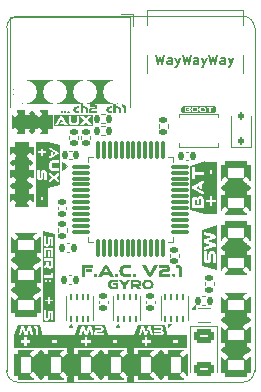
<source format=gbr>
%TF.GenerationSoftware,KiCad,Pcbnew,9.0.3-9.0.3-0~ubuntu24.04.1*%
%TF.CreationDate,2025-12-07T16:55:59+01:00*%
%TF.ProjectId,ant control board v2,616e7420-636f-46e7-9472-6f6c20626f61,2.1*%
%TF.SameCoordinates,Original*%
%TF.FileFunction,Legend,Top*%
%TF.FilePolarity,Positive*%
%FSLAX46Y46*%
G04 Gerber Fmt 4.6, Leading zero omitted, Abs format (unit mm)*
G04 Created by KiCad (PCBNEW 9.0.3-9.0.3-0~ubuntu24.04.1) date 2025-12-07 16:55:59*
%MOMM*%
%LPD*%
G01*
G04 APERTURE LIST*
G04 Aperture macros list*
%AMRoundRect*
0 Rectangle with rounded corners*
0 $1 Rounding radius*
0 $2 $3 $4 $5 $6 $7 $8 $9 X,Y pos of 4 corners*
0 Add a 4 corners polygon primitive as box body*
4,1,4,$2,$3,$4,$5,$6,$7,$8,$9,$2,$3,0*
0 Add four circle primitives for the rounded corners*
1,1,$1+$1,$2,$3*
1,1,$1+$1,$4,$5*
1,1,$1+$1,$6,$7*
1,1,$1+$1,$8,$9*
0 Add four rect primitives between the rounded corners*
20,1,$1+$1,$2,$3,$4,$5,0*
20,1,$1+$1,$4,$5,$6,$7,0*
20,1,$1+$1,$6,$7,$8,$9,0*
20,1,$1+$1,$8,$9,$2,$3,0*%
G04 Aperture macros list end*
%ADD10C,2.000000*%
%ADD11C,0.150000*%
%ADD12C,0.000000*%
%ADD13C,0.120000*%
%ADD14C,0.500000*%
%ADD15C,0.510000*%
%ADD16RoundRect,0.140000X0.170000X-0.140000X0.170000X0.140000X-0.170000X0.140000X-0.170000X-0.140000X0*%
%ADD17C,0.500000*%
%ADD18RoundRect,0.375000X0.375000X-0.625000X0.375000X0.625000X-0.375000X0.625000X-0.375000X-0.625000X0*%
%ADD19RoundRect,0.300000X0.970000X-0.700000X0.970000X0.700000X-0.970000X0.700000X-0.970000X-0.700000X0*%
%ADD20RoundRect,0.135000X0.135000X0.185000X-0.135000X0.185000X-0.135000X-0.185000X0.135000X-0.185000X0*%
%ADD21R,0.400000X0.250000*%
%ADD22R,0.400000X0.700000*%
%ADD23RoundRect,0.135000X0.185000X-0.135000X0.185000X0.135000X-0.185000X0.135000X-0.185000X-0.135000X0*%
%ADD24RoundRect,0.140000X-0.140000X-0.170000X0.140000X-0.170000X0.140000X0.170000X-0.140000X0.170000X0*%
%ADD25RoundRect,0.135000X-0.185000X0.135000X-0.185000X-0.135000X0.185000X-0.135000X0.185000X0.135000X0*%
%ADD26C,0.650000*%
%ADD27R,0.600000X1.150000*%
%ADD28R,0.300000X1.150000*%
%ADD29O,1.250000X2.500000*%
%ADD30RoundRect,0.300000X-0.700000X-0.970000X0.700000X-0.970000X0.700000X0.970000X-0.700000X0.970000X0*%
%ADD31RoundRect,0.112500X0.112500X-0.187500X0.112500X0.187500X-0.112500X0.187500X-0.112500X-0.187500X0*%
%ADD32C,2.000000*%
%ADD33R,0.900000X1.700000*%
%ADD34RoundRect,0.075000X-0.662500X-0.075000X0.662500X-0.075000X0.662500X0.075000X-0.662500X0.075000X0*%
%ADD35RoundRect,0.075000X-0.075000X-0.662500X0.075000X-0.662500X0.075000X0.662500X-0.075000X0.662500X0*%
%ADD36RoundRect,0.135000X-0.135000X-0.185000X0.135000X-0.185000X0.135000X0.185000X-0.135000X0.185000X0*%
%ADD37RoundRect,0.062500X0.062500X-0.187500X0.062500X0.187500X-0.062500X0.187500X-0.062500X-0.187500X0*%
%ADD38R,1.600000X0.900000*%
%ADD39RoundRect,0.375000X0.625000X0.375000X-0.625000X0.375000X-0.625000X-0.375000X0.625000X-0.375000X0*%
%ADD40RoundRect,0.140000X-0.170000X0.140000X-0.170000X-0.140000X0.170000X-0.140000X0.170000X0.140000X0*%
%ADD41RoundRect,0.140000X0.140000X0.170000X-0.140000X0.170000X-0.140000X-0.170000X0.140000X-0.170000X0*%
%ADD42RoundRect,0.300000X-0.970000X0.700000X-0.970000X-0.700000X0.970000X-0.700000X0.970000X0.700000X0*%
%ADD43RoundRect,0.250000X-0.625000X0.375000X-0.625000X-0.375000X0.625000X-0.375000X0.625000X0.375000X0*%
%TA.AperFunction,Profile*%
%ADD44C,0.050000*%
%TD*%
G04 APERTURE END LIST*
G36*
X109233705Y-137019236D02*
G01*
X109761795Y-137019236D01*
X109761795Y-141026995D01*
X109233705Y-141026995D01*
X109233705Y-137019236D01*
G37*
G36*
X104153705Y-137020256D02*
G01*
X104691795Y-137020256D01*
X104691795Y-141028015D01*
X104153705Y-141028015D01*
X104153705Y-137020256D01*
G37*
D10*
X100583000Y-116416000D02*
X108203000Y-116416000D01*
D11*
X111665969Y-113260295D02*
X111856445Y-114060295D01*
X111856445Y-114060295D02*
X112008826Y-113488866D01*
X112008826Y-113488866D02*
X112161207Y-114060295D01*
X112161207Y-114060295D02*
X112351684Y-113260295D01*
X112999303Y-114060295D02*
X112999303Y-113641247D01*
X112999303Y-113641247D02*
X112961208Y-113565057D01*
X112961208Y-113565057D02*
X112885017Y-113526961D01*
X112885017Y-113526961D02*
X112732636Y-113526961D01*
X112732636Y-113526961D02*
X112656446Y-113565057D01*
X112999303Y-114022200D02*
X112923112Y-114060295D01*
X112923112Y-114060295D02*
X112732636Y-114060295D01*
X112732636Y-114060295D02*
X112656446Y-114022200D01*
X112656446Y-114022200D02*
X112618350Y-113946009D01*
X112618350Y-113946009D02*
X112618350Y-113869819D01*
X112618350Y-113869819D02*
X112656446Y-113793628D01*
X112656446Y-113793628D02*
X112732636Y-113755533D01*
X112732636Y-113755533D02*
X112923112Y-113755533D01*
X112923112Y-113755533D02*
X112999303Y-113717438D01*
X113304065Y-113526961D02*
X113494541Y-114060295D01*
X113685018Y-113526961D02*
X113494541Y-114060295D01*
X113494541Y-114060295D02*
X113418351Y-114250771D01*
X113418351Y-114250771D02*
X113380256Y-114288866D01*
X113380256Y-114288866D02*
X113304065Y-114326961D01*
X113913589Y-113260295D02*
X114104065Y-114060295D01*
X114104065Y-114060295D02*
X114256446Y-113488866D01*
X114256446Y-113488866D02*
X114408827Y-114060295D01*
X114408827Y-114060295D02*
X114599304Y-113260295D01*
X115246923Y-114060295D02*
X115246923Y-113641247D01*
X115246923Y-113641247D02*
X115208828Y-113565057D01*
X115208828Y-113565057D02*
X115132637Y-113526961D01*
X115132637Y-113526961D02*
X114980256Y-113526961D01*
X114980256Y-113526961D02*
X114904066Y-113565057D01*
X115246923Y-114022200D02*
X115170732Y-114060295D01*
X115170732Y-114060295D02*
X114980256Y-114060295D01*
X114980256Y-114060295D02*
X114904066Y-114022200D01*
X114904066Y-114022200D02*
X114865970Y-113946009D01*
X114865970Y-113946009D02*
X114865970Y-113869819D01*
X114865970Y-113869819D02*
X114904066Y-113793628D01*
X114904066Y-113793628D02*
X114980256Y-113755533D01*
X114980256Y-113755533D02*
X115170732Y-113755533D01*
X115170732Y-113755533D02*
X115246923Y-113717438D01*
X115551685Y-113526961D02*
X115742161Y-114060295D01*
X115932638Y-113526961D02*
X115742161Y-114060295D01*
X115742161Y-114060295D02*
X115665971Y-114250771D01*
X115665971Y-114250771D02*
X115627876Y-114288866D01*
X115627876Y-114288866D02*
X115551685Y-114326961D01*
X116161209Y-113260295D02*
X116351685Y-114060295D01*
X116351685Y-114060295D02*
X116504066Y-113488866D01*
X116504066Y-113488866D02*
X116656447Y-114060295D01*
X116656447Y-114060295D02*
X116846924Y-113260295D01*
X117494543Y-114060295D02*
X117494543Y-113641247D01*
X117494543Y-113641247D02*
X117456448Y-113565057D01*
X117456448Y-113565057D02*
X117380257Y-113526961D01*
X117380257Y-113526961D02*
X117227876Y-113526961D01*
X117227876Y-113526961D02*
X117151686Y-113565057D01*
X117494543Y-114022200D02*
X117418352Y-114060295D01*
X117418352Y-114060295D02*
X117227876Y-114060295D01*
X117227876Y-114060295D02*
X117151686Y-114022200D01*
X117151686Y-114022200D02*
X117113590Y-113946009D01*
X117113590Y-113946009D02*
X117113590Y-113869819D01*
X117113590Y-113869819D02*
X117151686Y-113793628D01*
X117151686Y-113793628D02*
X117227876Y-113755533D01*
X117227876Y-113755533D02*
X117418352Y-113755533D01*
X117418352Y-113755533D02*
X117494543Y-113717438D01*
X117799305Y-113526961D02*
X117989781Y-114060295D01*
X118180258Y-113526961D02*
X117989781Y-114060295D01*
X117989781Y-114060295D02*
X117913591Y-114250771D01*
X117913591Y-114250771D02*
X117875496Y-114288866D01*
X117875496Y-114288866D02*
X117799305Y-114326961D01*
D12*
%TO.C,kibuzzard-6935A190*%
G36*
X107527692Y-131068462D02*
G01*
X107578462Y-131123846D01*
X108089231Y-132050000D01*
X107796923Y-132050000D01*
X107713846Y-131896154D01*
X107244615Y-131896154D01*
X107358462Y-131682308D01*
X107600000Y-131682308D01*
X107429231Y-131360769D01*
X107063077Y-132050000D01*
X106766154Y-132050000D01*
X107276923Y-131123846D01*
X107327692Y-131068462D01*
X107396923Y-131050000D01*
X107458462Y-131050000D01*
X107527692Y-131068462D01*
G37*
G36*
X111133846Y-131726923D02*
G01*
X111492308Y-131050000D01*
X111795385Y-131050000D01*
X111283077Y-131976154D01*
X111233462Y-132031538D01*
X111164615Y-132050000D01*
X111103077Y-132050000D01*
X111032308Y-132031538D01*
X110983077Y-131976154D01*
X110472308Y-131050000D01*
X110775385Y-131050000D01*
X111133846Y-131726923D01*
G37*
G36*
X109575385Y-131306923D02*
G01*
X109067692Y-131306923D01*
X108970962Y-131323846D01*
X108893077Y-131374615D01*
X108841731Y-131452308D01*
X108824615Y-131550000D01*
X108841731Y-131646538D01*
X108893077Y-131723846D01*
X108970962Y-131774615D01*
X109067692Y-131791538D01*
X109575385Y-131791538D01*
X109575385Y-132050000D01*
X109086154Y-132050000D01*
X108975865Y-132041298D01*
X108875769Y-132015192D01*
X108785865Y-131971683D01*
X108706154Y-131910769D01*
X108640865Y-131836010D01*
X108594231Y-131750962D01*
X108566250Y-131655625D01*
X108556923Y-131550000D01*
X108566250Y-131444375D01*
X108594231Y-131349038D01*
X108640865Y-131263990D01*
X108706154Y-131189231D01*
X108785865Y-131128317D01*
X108875769Y-131084808D01*
X108975865Y-131058702D01*
X109086154Y-131050000D01*
X109575385Y-131050000D01*
X109575385Y-131306923D01*
G37*
G36*
X112647094Y-131059402D02*
G01*
X112724274Y-131087607D01*
X112790000Y-131134615D01*
X112840000Y-131196496D01*
X112870000Y-131269316D01*
X112880000Y-131353077D01*
X112870000Y-131437521D01*
X112840000Y-131510342D01*
X112790000Y-131571538D01*
X112724274Y-131617692D01*
X112647094Y-131645385D01*
X112558462Y-131654615D01*
X112216923Y-131654615D01*
X112155385Y-131716154D01*
X112155385Y-131791538D01*
X112864615Y-131791538D01*
X112864615Y-132050000D01*
X111886154Y-132050000D01*
X111886154Y-131737692D01*
X111908846Y-131617885D01*
X111976923Y-131523077D01*
X112042906Y-131477350D01*
X112119829Y-131449915D01*
X112207692Y-131440769D01*
X112547692Y-131440769D01*
X112592308Y-131422308D01*
X112609231Y-131373077D01*
X112592308Y-131324615D01*
X112547692Y-131306923D01*
X111935385Y-131306923D01*
X111935385Y-131050000D01*
X112558462Y-131050000D01*
X112647094Y-131059402D01*
G37*
G36*
X106287692Y-131306923D02*
G01*
X105624615Y-131306923D01*
X105624615Y-132050000D01*
X105355385Y-132050000D01*
X105355385Y-131050000D01*
X106287692Y-131050000D01*
X106287692Y-131306923D01*
G37*
G36*
X113643077Y-131059658D02*
G01*
X113722564Y-131088632D01*
X113790769Y-131136923D01*
X113842906Y-131200598D01*
X113874188Y-131275726D01*
X113884615Y-131362308D01*
X113884615Y-132050000D01*
X113615385Y-132050000D01*
X113615385Y-131416154D01*
X113585385Y-131338462D01*
X113506154Y-131308462D01*
X113386154Y-131308462D01*
X113386154Y-131050000D01*
X113552308Y-131050000D01*
X113643077Y-131059658D01*
G37*
G36*
X106278462Y-131668462D02*
G01*
X105713846Y-131668462D01*
X105713846Y-131442308D01*
X106278462Y-131442308D01*
X106278462Y-131668462D01*
G37*
G36*
X113264615Y-131846923D02*
G01*
X113300000Y-131931538D01*
X113264615Y-132017692D01*
X113173846Y-132050000D01*
X113138462Y-132050000D01*
X113047692Y-132017692D01*
X113012308Y-131931538D01*
X113047692Y-131846923D01*
X113138462Y-131814615D01*
X113173846Y-131814615D01*
X113264615Y-131846923D01*
G37*
G36*
X108413846Y-131846923D02*
G01*
X108449231Y-131931538D01*
X108413846Y-132017692D01*
X108323077Y-132050000D01*
X108287692Y-132050000D01*
X108196923Y-132017692D01*
X108161538Y-131931538D01*
X108196923Y-131846923D01*
X108287692Y-131814615D01*
X108323077Y-131814615D01*
X108413846Y-131846923D01*
G37*
G36*
X109950769Y-131846923D02*
G01*
X109986154Y-131931538D01*
X109950769Y-132017692D01*
X109860000Y-132050000D01*
X109824615Y-132050000D01*
X109733846Y-132017692D01*
X109698462Y-131931538D01*
X109733846Y-131846923D01*
X109824615Y-131814615D01*
X109860000Y-131814615D01*
X109950769Y-131846923D01*
G37*
G36*
X106658462Y-131846923D02*
G01*
X106693846Y-131931538D01*
X106658462Y-132017692D01*
X106567692Y-132050000D01*
X106532308Y-132050000D01*
X106441538Y-132017692D01*
X106406154Y-131931538D01*
X106441538Y-131846923D01*
X106532308Y-131814615D01*
X106567692Y-131814615D01*
X106658462Y-131846923D01*
G37*
%TO.C,kibuzzard-68CFBFFE*%
G36*
X106533274Y-117484043D02*
G01*
X106587299Y-117503786D01*
X106633308Y-117536692D01*
X106668308Y-117580009D01*
X106689308Y-117630983D01*
X106696308Y-117689615D01*
X106689308Y-117748726D01*
X106668308Y-117799701D01*
X106633308Y-117842538D01*
X106587299Y-117874846D01*
X106533274Y-117894231D01*
X106471231Y-117900692D01*
X106232154Y-117900692D01*
X106189077Y-117943769D01*
X106189077Y-117996538D01*
X106685538Y-117996538D01*
X106685538Y-118177462D01*
X106000615Y-118177462D01*
X106000615Y-117958846D01*
X106016500Y-117874981D01*
X106064154Y-117808615D01*
X106110342Y-117776607D01*
X106164188Y-117757402D01*
X106225692Y-117751000D01*
X106463692Y-117751000D01*
X106494923Y-117738077D01*
X106506769Y-117703615D01*
X106494923Y-117669692D01*
X106463692Y-117657308D01*
X106035077Y-117657308D01*
X106035077Y-117477462D01*
X106471231Y-117477462D01*
X106533274Y-117484043D01*
G37*
G36*
X105174615Y-117803769D02*
G01*
X104931231Y-117803769D01*
X104853154Y-117832846D01*
X104822462Y-117908231D01*
X104853154Y-117984154D01*
X104888019Y-118006365D01*
X104931231Y-118013769D01*
X105174615Y-118013769D01*
X105174615Y-118177462D01*
X104932308Y-118177462D01*
X104853274Y-118169085D01*
X104784171Y-118143957D01*
X104725000Y-118102077D01*
X104679829Y-118047034D01*
X104652726Y-117982419D01*
X104643692Y-117908231D01*
X104652726Y-117834103D01*
X104679829Y-117769667D01*
X104725000Y-117714923D01*
X104784171Y-117673342D01*
X104853274Y-117648393D01*
X104932308Y-117640077D01*
X105174615Y-117640077D01*
X105174615Y-117803769D01*
G37*
G36*
X105448154Y-117640077D02*
G01*
X105632308Y-117640077D01*
X105712957Y-117647496D01*
X105779726Y-117669752D01*
X105832615Y-117706846D01*
X105870906Y-117757581D01*
X105893880Y-117820761D01*
X105901538Y-117896385D01*
X105901538Y-118177462D01*
X105721692Y-118177462D01*
X105721692Y-117895308D01*
X105711282Y-117844453D01*
X105680051Y-117813940D01*
X105628000Y-117803769D01*
X105448154Y-117803769D01*
X105448154Y-118177462D01*
X105267231Y-118177462D01*
X105267231Y-117422538D01*
X105448154Y-117422538D01*
X105448154Y-117640077D01*
G37*
%TO.C,kibuzzard-68CD6E18*%
G36*
X116831205Y-130162310D02*
G01*
X116831205Y-130934618D01*
X116831205Y-131126926D01*
X116831205Y-131503849D01*
X115574795Y-131126926D01*
X115574795Y-130934618D01*
X115574795Y-129854618D01*
X115703000Y-129854618D01*
X115703000Y-130614618D01*
X115712316Y-130702396D01*
X115740265Y-130779062D01*
X115786846Y-130844618D01*
X115848470Y-130894618D01*
X115921547Y-130924618D01*
X116006077Y-130934618D01*
X116089752Y-130924618D01*
X116162316Y-130894618D01*
X116223769Y-130844618D01*
X116270350Y-130779062D01*
X116298299Y-130702396D01*
X116307615Y-130614618D01*
X116307615Y-130174618D01*
X116326077Y-130126926D01*
X116376846Y-130108464D01*
X116426846Y-130126926D01*
X116444538Y-130174618D01*
X116444538Y-130922310D01*
X116703000Y-130922310D01*
X116703000Y-130162310D01*
X116693598Y-130073678D01*
X116665393Y-129996498D01*
X116618385Y-129930772D01*
X116556162Y-129880772D01*
X116482316Y-129850772D01*
X116396846Y-129840772D01*
X116313085Y-129850772D01*
X116240265Y-129880772D01*
X116178385Y-129930772D01*
X116131376Y-129996498D01*
X116103171Y-130073678D01*
X116093769Y-130162310D01*
X116093769Y-130602310D01*
X116075308Y-130649233D01*
X116026077Y-130666926D01*
X115976846Y-130649233D01*
X115959923Y-130602310D01*
X115959923Y-129854618D01*
X115703000Y-129854618D01*
X115574795Y-129854618D01*
X115574795Y-128262310D01*
X115703000Y-128262310D01*
X115703000Y-128530002D01*
X116356846Y-128677695D01*
X115798385Y-128851541D01*
X115726846Y-128896926D01*
X115703000Y-128977695D01*
X115703000Y-129059233D01*
X115726846Y-129139233D01*
X115798385Y-129185387D01*
X116346077Y-129359233D01*
X115703000Y-129506926D01*
X115703000Y-129773079D01*
X116589154Y-129570002D01*
X116674538Y-129525772D01*
X116703000Y-129439233D01*
X116703000Y-129326926D01*
X116678769Y-129245772D01*
X116606077Y-129199233D01*
X116007615Y-129017695D01*
X116606077Y-128837695D01*
X116678769Y-128791541D01*
X116703000Y-128711541D01*
X116703000Y-128599233D01*
X116674538Y-128512310D01*
X116589154Y-128466926D01*
X115703000Y-128262310D01*
X115574795Y-128262310D01*
X115574795Y-128070002D01*
X116831205Y-127693079D01*
X116831205Y-128070002D01*
X116831205Y-128262310D01*
X116831205Y-128599233D01*
X116831205Y-130162310D01*
G37*
%TO.C,kibuzzard-68CFBFAF*%
G36*
X108938231Y-117484222D02*
G01*
X108993872Y-117504504D01*
X109041615Y-117538308D01*
X109078111Y-117582880D01*
X109100009Y-117635470D01*
X109107308Y-117696077D01*
X109107308Y-118177462D01*
X108918846Y-118177462D01*
X108918846Y-117733769D01*
X108897846Y-117679385D01*
X108842385Y-117658385D01*
X108758385Y-117658385D01*
X108758385Y-117477462D01*
X108874692Y-117477462D01*
X108938231Y-117484222D01*
G37*
G36*
X108237154Y-117640077D02*
G01*
X108421308Y-117640077D01*
X108501957Y-117647496D01*
X108568726Y-117669752D01*
X108621615Y-117706846D01*
X108659906Y-117757581D01*
X108682880Y-117820761D01*
X108690538Y-117896385D01*
X108690538Y-118177462D01*
X108510692Y-118177462D01*
X108510692Y-117895308D01*
X108500282Y-117844453D01*
X108469051Y-117813940D01*
X108417000Y-117803769D01*
X108237154Y-117803769D01*
X108237154Y-118177462D01*
X108056231Y-118177462D01*
X108056231Y-117422538D01*
X108237154Y-117422538D01*
X108237154Y-117640077D01*
G37*
G36*
X107963615Y-117803769D02*
G01*
X107720231Y-117803769D01*
X107642154Y-117832846D01*
X107611462Y-117908231D01*
X107642154Y-117984154D01*
X107677019Y-118006365D01*
X107720231Y-118013769D01*
X107963615Y-118013769D01*
X107963615Y-118177462D01*
X107721308Y-118177462D01*
X107642274Y-118169085D01*
X107573171Y-118143957D01*
X107514000Y-118102077D01*
X107468829Y-118047034D01*
X107441726Y-117982419D01*
X107432692Y-117908231D01*
X107441726Y-117834103D01*
X107468829Y-117769667D01*
X107514000Y-117714923D01*
X107573171Y-117673342D01*
X107642274Y-117648393D01*
X107721308Y-117640077D01*
X107963615Y-117640077D01*
X107963615Y-117803769D01*
G37*
%TO.C,kibuzzard-68CD725D*%
G36*
X112706410Y-137122779D02*
G01*
X112404872Y-137122779D01*
X112302308Y-137122779D01*
X112035231Y-137122779D01*
X111406308Y-137122779D01*
X110197692Y-137122779D01*
X110095128Y-137122779D01*
X109793590Y-137122779D01*
X109824359Y-137020215D01*
X110197692Y-137020215D01*
X110410615Y-137020215D01*
X110528769Y-136497138D01*
X110667846Y-136943907D01*
X110704154Y-137001138D01*
X110768769Y-137020215D01*
X110834000Y-137020215D01*
X110898615Y-137001138D01*
X110934923Y-136943907D01*
X111074000Y-136505753D01*
X111192154Y-137020215D01*
X111406308Y-137020215D01*
X111267624Y-136419600D01*
X111456769Y-136419600D01*
X112013077Y-136419600D01*
X112056462Y-136433753D01*
X112070923Y-136476215D01*
X112056462Y-136519600D01*
X112013077Y-136534061D01*
X111465385Y-136534061D01*
X111465385Y-136698984D01*
X112025385Y-136698984D01*
X112071538Y-136715600D01*
X112088154Y-136761753D01*
X112072462Y-136805138D01*
X112025385Y-136819600D01*
X111456769Y-136819600D01*
X111456769Y-137020215D01*
X112035231Y-137020215D01*
X112113453Y-137013241D01*
X112179094Y-136992318D01*
X112232154Y-136957446D01*
X112284769Y-136882984D01*
X112302308Y-136785138D01*
X112294615Y-136717446D01*
X112271538Y-136662061D01*
X112236154Y-136621446D01*
X112191538Y-136598061D01*
X112256769Y-136537753D01*
X112274308Y-136488830D01*
X112280154Y-136430677D01*
X112265538Y-136344369D01*
X112221692Y-136277446D01*
X112147385Y-136234523D01*
X112041385Y-136220215D01*
X111456769Y-136220215D01*
X111456769Y-136419600D01*
X111267624Y-136419600D01*
X111242615Y-136311292D01*
X111206308Y-136242984D01*
X111136769Y-136220215D01*
X111046923Y-136220215D01*
X110982923Y-136239600D01*
X110946000Y-136297753D01*
X110802000Y-136776523D01*
X110656769Y-136297753D01*
X110619538Y-136239600D01*
X110554615Y-136220215D01*
X110464769Y-136220215D01*
X110395538Y-136242984D01*
X110360154Y-136311292D01*
X110197692Y-137020215D01*
X109824359Y-137020215D01*
X110095128Y-136117651D01*
X110197692Y-136117651D01*
X112302308Y-136117651D01*
X112404872Y-136117651D01*
X112706410Y-137122779D01*
G37*
D13*
%TO.C,C15*%
X105330000Y-120357836D02*
X105330000Y-120142164D01*
X106050000Y-120357836D02*
X106050000Y-120142164D01*
D14*
%TO.C,J10*%
X101190000Y-118300000D02*
X101190000Y-119700000D01*
D15*
%TO.C,J7*%
X99594000Y-130610000D02*
X101626000Y-130610000D01*
X99594000Y-133150000D02*
X101626000Y-133150000D01*
D13*
%TO.C,C13*%
X104330000Y-120357836D02*
X104330000Y-120142164D01*
X105050000Y-120357836D02*
X105050000Y-120142164D01*
%TO.C,R9*%
X107323641Y-118320000D02*
X107016359Y-118320000D01*
X107323641Y-119080000D02*
X107016359Y-119080000D01*
%TO.C,C6*%
X106830000Y-134307836D02*
X106830000Y-134092164D01*
X107550000Y-134307836D02*
X107550000Y-134092164D01*
%TO.C,Q1*%
X115190000Y-134690000D02*
X116190000Y-134690000D01*
X115190000Y-135910000D02*
X116190000Y-135910000D01*
X114950000Y-134760000D02*
X114670000Y-134760000D01*
X114950000Y-134480000D01*
X114950000Y-134760000D01*
G36*
X114950000Y-134760000D02*
G01*
X114670000Y-134760000D01*
X114950000Y-134480000D01*
X114950000Y-134760000D01*
G37*
D12*
%TO.C,kibuzzard-68CD7CD9*%
G36*
X108992615Y-132618769D02*
G01*
X109220308Y-132300000D01*
X109461538Y-132300000D01*
X109096000Y-132818154D01*
X109096000Y-133100000D01*
X108880615Y-133100000D01*
X108880615Y-132818154D01*
X108513846Y-132300000D01*
X108766154Y-132300000D01*
X108992615Y-132618769D01*
G37*
G36*
X110170188Y-132309231D02*
G01*
X110246085Y-132336923D01*
X110310769Y-132383077D01*
X110360000Y-132444000D01*
X110389538Y-132516000D01*
X110399385Y-132599077D01*
X110388462Y-132683846D01*
X110355692Y-132758462D01*
X110303846Y-132819846D01*
X110235692Y-132864923D01*
X110437538Y-133100000D01*
X110156923Y-133100000D01*
X109996923Y-132896923D01*
X109807385Y-132896923D01*
X109807385Y-132709846D01*
X110083077Y-132709846D01*
X110155692Y-132681538D01*
X110184000Y-132607692D01*
X110155692Y-132533846D01*
X110083077Y-132505538D01*
X109745846Y-132505538D01*
X109745846Y-133100000D01*
X109531692Y-133100000D01*
X109531692Y-132300000D01*
X110083077Y-132300000D01*
X110170188Y-132309231D01*
G37*
G36*
X108443692Y-132505538D02*
G01*
X108000615Y-132505538D01*
X107923231Y-132519077D01*
X107860923Y-132559692D01*
X107819846Y-132621846D01*
X107806154Y-132700000D01*
X107819846Y-132777231D01*
X107860923Y-132839077D01*
X107923231Y-132879692D01*
X108000615Y-132893231D01*
X108239385Y-132893231D01*
X108239385Y-132783692D01*
X107979692Y-132783692D01*
X107979692Y-132612615D01*
X108443692Y-132612615D01*
X108443692Y-133100000D01*
X108015385Y-133100000D01*
X107927154Y-133093038D01*
X107847077Y-133072154D01*
X107775154Y-133037346D01*
X107711385Y-132988615D01*
X107659154Y-132928808D01*
X107621846Y-132860769D01*
X107599462Y-132784500D01*
X107592000Y-132700000D01*
X107599462Y-132615500D01*
X107621846Y-132539231D01*
X107659154Y-132471192D01*
X107711385Y-132411385D01*
X107775154Y-132362654D01*
X107847077Y-132327846D01*
X107927154Y-132306962D01*
X108015385Y-132300000D01*
X108443692Y-132300000D01*
X108443692Y-132505538D01*
G37*
G36*
X111114038Y-132306962D02*
G01*
X111194000Y-132327846D01*
X111265731Y-132362654D01*
X111329231Y-132411385D01*
X111381192Y-132471192D01*
X111418308Y-132539231D01*
X111440577Y-132615500D01*
X111448000Y-132700000D01*
X111440577Y-132784500D01*
X111418308Y-132860769D01*
X111381192Y-132928808D01*
X111329231Y-132988615D01*
X111265731Y-133037346D01*
X111194000Y-133072154D01*
X111114038Y-133093038D01*
X111025846Y-133100000D01*
X110910154Y-133100000D01*
X110895385Y-133098835D01*
X110821923Y-133093038D01*
X110741846Y-133072154D01*
X110669923Y-133037346D01*
X110606154Y-132988615D01*
X110553923Y-132928808D01*
X110516615Y-132860769D01*
X110494231Y-132784500D01*
X110486769Y-132700000D01*
X110700923Y-132700000D01*
X110714615Y-132777231D01*
X110755692Y-132839077D01*
X110818000Y-132879692D01*
X110895385Y-132893231D01*
X111040615Y-132893231D01*
X111117846Y-132879692D01*
X111179692Y-132839077D01*
X111220308Y-132777231D01*
X111233846Y-132700000D01*
X111220308Y-132621846D01*
X111179692Y-132559692D01*
X111117846Y-132519077D01*
X111040615Y-132505538D01*
X110895385Y-132505538D01*
X110818000Y-132519077D01*
X110755692Y-132559692D01*
X110714615Y-132621846D01*
X110700923Y-132700000D01*
X110486769Y-132700000D01*
X110494231Y-132615500D01*
X110516615Y-132539231D01*
X110553923Y-132471192D01*
X110606154Y-132411385D01*
X110669923Y-132362654D01*
X110741846Y-132327846D01*
X110821923Y-132306962D01*
X110910154Y-132300000D01*
X111025846Y-132300000D01*
X111114038Y-132306962D01*
G37*
D13*
%TO.C,C18*%
X103330000Y-126357836D02*
X103330000Y-126142164D01*
X104050000Y-126357836D02*
X104050000Y-126142164D01*
%TO.C,R11*%
X115773000Y-132789641D02*
X115773000Y-132482359D01*
X116533000Y-132789641D02*
X116533000Y-132482359D01*
%TO.C,C5*%
X104262164Y-131940000D02*
X104477836Y-131940000D01*
X104262164Y-132660000D02*
X104477836Y-132660000D01*
%TO.C,R6*%
X103323000Y-127933359D02*
X103323000Y-128240641D01*
X104083000Y-127933359D02*
X104083000Y-128240641D01*
%TO.C,J3*%
X110936000Y-109460000D02*
X119064000Y-109460000D01*
X110936000Y-110730000D02*
X110936000Y-109460000D01*
X110936000Y-113270000D02*
X110936000Y-114794000D01*
X119064000Y-109460000D02*
X119064000Y-110476000D01*
X119064000Y-110476000D02*
X119064000Y-110730000D01*
X119064000Y-113270000D02*
X119064000Y-114794000D01*
%TO.C,R8*%
X107323641Y-119320000D02*
X107016359Y-119320000D01*
X107323641Y-120080000D02*
X107016359Y-120080000D01*
D15*
%TO.C,J5*%
X106960000Y-138484000D02*
X106960000Y-140516000D01*
D12*
%TO.C,kibuzzard-68CD71AA*%
G36*
X102097487Y-137123167D02*
G01*
X101795949Y-137123167D01*
X101693385Y-137123167D01*
X101255231Y-137123167D01*
X100046615Y-137123167D01*
X99944051Y-137123167D01*
X99642513Y-137123167D01*
X99673282Y-137020603D01*
X100046615Y-137020603D01*
X100259538Y-137020603D01*
X100377692Y-136497526D01*
X100516769Y-136944295D01*
X100553077Y-137001526D01*
X100617692Y-137020603D01*
X100682923Y-137020603D01*
X100747538Y-137001526D01*
X100783846Y-136944295D01*
X100922923Y-136506141D01*
X101041077Y-137020603D01*
X101255231Y-137020603D01*
X101118252Y-136427372D01*
X101294615Y-136427372D01*
X101390615Y-136427372D01*
X101454000Y-136451372D01*
X101478000Y-136513526D01*
X101478000Y-137020603D01*
X101693385Y-137020603D01*
X101693385Y-136470449D01*
X101685043Y-136401184D01*
X101660017Y-136341082D01*
X101618308Y-136290141D01*
X101563744Y-136251509D01*
X101500154Y-136228329D01*
X101427538Y-136220603D01*
X101294615Y-136220603D01*
X101294615Y-136427372D01*
X101118252Y-136427372D01*
X101091538Y-136311680D01*
X101055231Y-136243372D01*
X100985692Y-136220603D01*
X100895846Y-136220603D01*
X100831846Y-136239988D01*
X100794923Y-136298141D01*
X100650923Y-136776911D01*
X100505692Y-136298141D01*
X100468462Y-136239988D01*
X100403538Y-136220603D01*
X100313692Y-136220603D01*
X100244462Y-136243372D01*
X100209077Y-136311680D01*
X100046615Y-137020603D01*
X99673282Y-137020603D01*
X99944051Y-136118039D01*
X100046615Y-136118039D01*
X101693385Y-136118039D01*
X101795949Y-136118039D01*
X102097487Y-137123167D01*
G37*
%TO.C,kibuzzard-68CFBE33*%
G36*
X106323333Y-119339564D02*
G01*
X106220769Y-119339564D01*
X104793077Y-119339564D01*
X104177692Y-119339564D01*
X103119231Y-119339564D01*
X103016667Y-119339564D01*
X103016667Y-119237000D01*
X103119231Y-119237000D01*
X103356769Y-119237000D01*
X103649692Y-118685615D01*
X103786308Y-118942846D01*
X103593077Y-118942846D01*
X103502000Y-119113923D01*
X103877385Y-119113923D01*
X103943846Y-119237000D01*
X104177692Y-119237000D01*
X103987639Y-118892385D01*
X104250308Y-118892385D01*
X104261726Y-118987838D01*
X104295983Y-119070709D01*
X104353077Y-119141000D01*
X104427949Y-119194333D01*
X104515538Y-119226333D01*
X104615846Y-119237000D01*
X104793077Y-119237000D01*
X105226308Y-119237000D01*
X105482308Y-119237000D01*
X105712462Y-118961308D01*
X105948769Y-119237000D01*
X106220769Y-119237000D01*
X105866308Y-118821000D01*
X106190000Y-118437000D01*
X105934000Y-118437000D01*
X105729692Y-118679462D01*
X105526615Y-118437000D01*
X105254615Y-118437000D01*
X105577077Y-118819769D01*
X105226308Y-119237000D01*
X104793077Y-119237000D01*
X104893385Y-119226333D01*
X104980974Y-119194333D01*
X105055846Y-119141000D01*
X105112940Y-119070709D01*
X105147197Y-118987838D01*
X105158615Y-118892385D01*
X105158615Y-118437000D01*
X104942000Y-118437000D01*
X104942000Y-118876385D01*
X104931231Y-118938692D01*
X104898923Y-118987769D01*
X104850000Y-119019615D01*
X104789385Y-119030231D01*
X104619538Y-119030231D01*
X104558923Y-119019615D01*
X104510000Y-118987769D01*
X104477692Y-118938692D01*
X104466923Y-118876385D01*
X104466923Y-118437000D01*
X104250308Y-118437000D01*
X104250308Y-118892385D01*
X103987639Y-118892385D01*
X103769077Y-118496077D01*
X103728462Y-118451769D01*
X103673077Y-118437000D01*
X103623846Y-118437000D01*
X103568462Y-118451769D01*
X103527846Y-118496077D01*
X103119231Y-119237000D01*
X103016667Y-119237000D01*
X103016667Y-118334436D01*
X103119231Y-118334436D01*
X106220769Y-118334436D01*
X106323333Y-118334436D01*
X106323333Y-119339564D01*
G37*
%TO.C,kibuzzard-68CD6E53*%
G36*
X115434154Y-125519535D02*
G01*
X115452231Y-125579535D01*
X115452231Y-126013381D01*
X114952231Y-126013381D01*
X114952231Y-125593381D01*
X114969923Y-125537996D01*
X115023000Y-125519535D01*
X115077231Y-125537996D01*
X115095308Y-125593381D01*
X115095308Y-125924150D01*
X115301462Y-125924150D01*
X115301462Y-125577996D01*
X115321077Y-125519150D01*
X115379923Y-125499535D01*
X115434154Y-125519535D01*
G37*
G36*
X115831205Y-123848766D02*
G01*
X115831205Y-125565689D01*
X115831205Y-126282612D01*
X115831205Y-126410817D01*
X115831205Y-126787740D01*
X114574795Y-126410817D01*
X114574795Y-126282612D01*
X114574795Y-125559535D01*
X114703000Y-125559535D01*
X114703000Y-126282612D01*
X115703000Y-126282612D01*
X115703000Y-125565689D01*
X115694282Y-125467996D01*
X115668128Y-125386201D01*
X115624538Y-125320304D01*
X115531462Y-125255112D01*
X115409154Y-125233381D01*
X115324538Y-125242804D01*
X115255308Y-125271073D01*
X115204538Y-125314727D01*
X115175308Y-125370304D01*
X115099154Y-125287996D01*
X115037808Y-125265496D01*
X114966077Y-125257996D01*
X114858192Y-125276458D01*
X114774538Y-125331842D01*
X114734795Y-125389962D01*
X114710949Y-125465860D01*
X114703000Y-125559535D01*
X114574795Y-125559535D01*
X114574795Y-124479535D01*
X114703000Y-124479535D01*
X114703000Y-124541073D01*
X114721462Y-124610304D01*
X114776846Y-124661073D01*
X115703000Y-125171842D01*
X115703000Y-124874919D01*
X115013769Y-124508766D01*
X115335308Y-124337996D01*
X115335308Y-124579535D01*
X115549154Y-124693381D01*
X115549154Y-124224150D01*
X115703000Y-124141073D01*
X115703000Y-123848766D01*
X114776846Y-124359535D01*
X114721462Y-124410304D01*
X114703000Y-124479535D01*
X114574795Y-124479535D01*
X114574795Y-122797996D01*
X114703000Y-122797996D01*
X114703000Y-123802612D01*
X114959923Y-123802612D01*
X114959923Y-123434919D01*
X115703000Y-123434919D01*
X115703000Y-123165689D01*
X114959923Y-123165689D01*
X114959923Y-122797996D01*
X114703000Y-122797996D01*
X114574795Y-122797996D01*
X114574795Y-122669791D01*
X115831205Y-122292868D01*
X115831205Y-122669791D01*
X115831205Y-122797996D01*
X115831205Y-123165689D01*
X115831205Y-123848766D01*
G37*
D15*
%TO.C,J8*%
X117374000Y-135690000D02*
X119406000Y-135690000D01*
X117374000Y-138230000D02*
X119406000Y-138230000D01*
D12*
%TO.C,kibuzzard-68CD7254*%
G36*
X107634736Y-137131960D02*
G01*
X107333198Y-137131960D01*
X107230634Y-137131960D01*
X107218326Y-137131960D01*
X106360480Y-137131960D01*
X105151864Y-137131960D01*
X105049300Y-137131960D01*
X104747762Y-137131960D01*
X104778531Y-137029396D01*
X105151864Y-137029396D01*
X105364787Y-137029396D01*
X105482941Y-136506319D01*
X105622018Y-136953088D01*
X105658326Y-137010319D01*
X105722941Y-137029396D01*
X105788172Y-137029396D01*
X105852787Y-137010319D01*
X105889095Y-136953088D01*
X106028172Y-136514934D01*
X106146326Y-137029396D01*
X106360480Y-137029396D01*
X106302790Y-136779550D01*
X106435557Y-136779550D01*
X106435557Y-137029396D01*
X107218326Y-137029396D01*
X107218326Y-136822627D01*
X106650941Y-136822627D01*
X106650941Y-136762319D01*
X106700172Y-136713088D01*
X106973403Y-136713088D01*
X107044309Y-136705704D01*
X107106052Y-136683550D01*
X107158634Y-136646627D01*
X107198634Y-136597670D01*
X107222634Y-136539413D01*
X107230634Y-136471858D01*
X107222634Y-136404849D01*
X107198634Y-136346593D01*
X107158634Y-136297088D01*
X107106052Y-136259481D01*
X107044309Y-136236917D01*
X106973403Y-136229396D01*
X106474941Y-136229396D01*
X106474941Y-136434934D01*
X106964787Y-136434934D01*
X107000480Y-136449088D01*
X107014018Y-136487858D01*
X107000480Y-136527242D01*
X106964787Y-136542011D01*
X106692787Y-136542011D01*
X106622497Y-136549328D01*
X106560958Y-136571276D01*
X106508172Y-136607858D01*
X106453711Y-136683704D01*
X106435557Y-136779550D01*
X106302790Y-136779550D01*
X106196787Y-136320473D01*
X106160480Y-136252165D01*
X106090941Y-136229396D01*
X106001095Y-136229396D01*
X105937095Y-136248781D01*
X105900172Y-136306934D01*
X105756172Y-136785704D01*
X105610941Y-136306934D01*
X105573711Y-136248781D01*
X105508787Y-136229396D01*
X105418941Y-136229396D01*
X105349711Y-136252165D01*
X105314326Y-136320473D01*
X105151864Y-137029396D01*
X104778531Y-137029396D01*
X105049300Y-136126832D01*
X105151864Y-136126832D01*
X107230634Y-136126832D01*
X107333198Y-136126832D01*
X107634736Y-137131960D01*
G37*
D13*
%TO.C,C16*%
X114182164Y-121490000D02*
X114397836Y-121490000D01*
X114182164Y-122210000D02*
X114397836Y-122210000D01*
D12*
%TO.C,kibuzzard-68CFBDBE*%
G36*
X104212308Y-138066744D02*
G01*
X103250769Y-138066744D01*
X100700000Y-138066744D01*
X100204615Y-138066744D01*
X99627692Y-138066744D01*
X99627692Y-137438538D01*
X100204615Y-137438538D01*
X100204615Y-137633923D01*
X100504615Y-137633923D01*
X100504615Y-137938538D01*
X100700000Y-137938538D01*
X100700000Y-137652385D01*
X102873846Y-137652385D01*
X103250769Y-137652385D01*
X103250769Y-137458538D01*
X102873846Y-137458538D01*
X102873846Y-137652385D01*
X100700000Y-137652385D01*
X100700000Y-137633923D01*
X100998462Y-137633923D01*
X100998462Y-137438538D01*
X100700000Y-137438538D01*
X100700000Y-137135462D01*
X100504615Y-137135462D01*
X100504615Y-137438538D01*
X100204615Y-137438538D01*
X99627692Y-137438538D01*
X99627692Y-137007256D01*
X100204615Y-137007256D01*
X103250769Y-137007256D01*
X104212308Y-137007256D01*
X104212308Y-138066744D01*
G37*
D13*
%TO.C,D1*%
X118040000Y-121110000D02*
X118040000Y-118450000D01*
X118040000Y-121110000D02*
X119740000Y-121110000D01*
X119740000Y-121110000D02*
X119740000Y-118450000D01*
D15*
%TO.C,J6*%
X112040000Y-138484000D02*
X112040000Y-140516000D01*
D13*
%TO.C,U7*%
X99313000Y-110067000D02*
X109473000Y-110067000D01*
X99313000Y-117687000D02*
X99313000Y-110067000D01*
X109473000Y-110067000D02*
X109473000Y-117687000D01*
X109727000Y-109813000D02*
X108711000Y-109813000D01*
X109727000Y-110829000D02*
X109727000Y-109813000D01*
%TO.C,SW1*%
X113640000Y-118250000D02*
X113640000Y-118550000D01*
X113640000Y-121050000D02*
X113640000Y-120750000D01*
X116940000Y-118250000D02*
X113640000Y-118250000D01*
X116940000Y-118550000D02*
X116940000Y-118250000D01*
X116940000Y-120750000D02*
X116940000Y-121050000D01*
X116940000Y-121050000D02*
X113640000Y-121050000D01*
%TO.C,C7*%
X110830000Y-134307836D02*
X110830000Y-134092164D01*
X111550000Y-134307836D02*
X111550000Y-134092164D01*
D15*
%TO.C,J4*%
X101880000Y-138484000D02*
X101880000Y-140516000D01*
D13*
%TO.C,U6*%
X105890000Y-121890000D02*
X105890000Y-122340000D01*
X105890000Y-129110000D02*
X105890000Y-128660000D01*
X106340000Y-121890000D02*
X105890000Y-121890000D01*
X106340000Y-129110000D02*
X105890000Y-129110000D01*
X112660000Y-121890000D02*
X113110000Y-121890000D01*
X112660000Y-129110000D02*
X113110000Y-129110000D01*
X113110000Y-121890000D02*
X113110000Y-122340000D01*
X113110000Y-129110000D02*
X113110000Y-128660000D01*
X104147000Y-122725000D02*
X103677000Y-123065000D01*
X103677000Y-122385000D01*
X104147000Y-122725000D01*
G36*
X104147000Y-122725000D02*
G01*
X103677000Y-123065000D01*
X103677000Y-122385000D01*
X104147000Y-122725000D01*
G37*
D12*
%TO.C,kibuzzard-68CD73CB*%
G36*
X103505564Y-120946667D02*
G01*
X103505564Y-121049231D01*
X103505564Y-124150769D01*
X103505564Y-124253333D01*
X102500436Y-124554872D01*
X102500436Y-124253333D01*
X102500436Y-124150769D01*
X102500436Y-123156308D01*
X102603000Y-123156308D01*
X102603000Y-123412308D01*
X102878692Y-123642462D01*
X102603000Y-123878769D01*
X102603000Y-124150769D01*
X103019000Y-123796308D01*
X103403000Y-124120000D01*
X103403000Y-123864000D01*
X103160538Y-123659692D01*
X103403000Y-123456615D01*
X103403000Y-123184615D01*
X103020231Y-123507077D01*
X102603000Y-123156308D01*
X102500436Y-123156308D01*
X102500436Y-122723077D01*
X102500436Y-122545846D01*
X102603000Y-122545846D01*
X102603000Y-122723077D01*
X102613667Y-122823385D01*
X102645667Y-122910974D01*
X102699000Y-122985846D01*
X102769291Y-123042940D01*
X102852162Y-123077197D01*
X102947615Y-123088615D01*
X103403000Y-123088615D01*
X103403000Y-122872000D01*
X102963615Y-122872000D01*
X102901308Y-122861231D01*
X102852231Y-122828923D01*
X102820385Y-122780000D01*
X102809769Y-122719385D01*
X102809769Y-122549538D01*
X102820385Y-122488923D01*
X102852231Y-122440000D01*
X102901308Y-122407692D01*
X102963615Y-122396923D01*
X103403000Y-122396923D01*
X103403000Y-122180308D01*
X102947615Y-122180308D01*
X102852162Y-122191726D01*
X102769291Y-122225983D01*
X102699000Y-122283077D01*
X102645667Y-122357949D01*
X102613667Y-122445538D01*
X102603000Y-122545846D01*
X102500436Y-122545846D01*
X102500436Y-122107692D01*
X102500436Y-121049231D01*
X102603000Y-121049231D01*
X102603000Y-121286769D01*
X103154385Y-121579692D01*
X102897154Y-121716308D01*
X102897154Y-121523077D01*
X102726077Y-121432000D01*
X102726077Y-121807385D01*
X102603000Y-121873846D01*
X102603000Y-122107692D01*
X103343923Y-121699077D01*
X103388231Y-121658462D01*
X103403000Y-121603077D01*
X103403000Y-121553846D01*
X103388231Y-121498462D01*
X103343923Y-121457846D01*
X102603000Y-121049231D01*
X102500436Y-121049231D01*
X102500436Y-120946667D01*
X102500436Y-120645128D01*
X103505564Y-120946667D01*
G37*
D13*
%TO.C,R10*%
X115536359Y-133720000D02*
X115843641Y-133720000D01*
X115536359Y-134480000D02*
X115843641Y-134480000D01*
D12*
%TO.C,kibuzzard-68CD717E*%
G36*
X103072564Y-128472154D02*
G01*
X103072564Y-128626000D01*
X103072564Y-135775538D01*
X103072564Y-135929385D01*
X102067436Y-135929385D01*
X102067436Y-135775538D01*
X102067436Y-135518308D01*
X102067436Y-134910308D01*
X102170000Y-134910308D01*
X102170000Y-135518308D01*
X102177521Y-135589214D01*
X102200085Y-135650957D01*
X102237692Y-135703538D01*
X102287470Y-135743538D01*
X102346547Y-135767538D01*
X102414923Y-135775538D01*
X102481932Y-135767538D01*
X102540188Y-135743538D01*
X102589692Y-135703538D01*
X102627299Y-135650957D01*
X102649863Y-135589214D01*
X102657385Y-135518308D01*
X102657385Y-135166308D01*
X102672154Y-135128769D01*
X102711538Y-135114615D01*
X102750923Y-135128769D01*
X102764462Y-135166308D01*
X102764462Y-135764462D01*
X102970000Y-135764462D01*
X102970000Y-135156462D01*
X102962547Y-135086239D01*
X102940188Y-135024906D01*
X102902923Y-134972462D01*
X102853624Y-134932462D01*
X102795162Y-134908462D01*
X102727538Y-134900462D01*
X102660598Y-134908462D01*
X102602547Y-134932462D01*
X102553385Y-134972462D01*
X102516120Y-135024906D01*
X102493761Y-135086239D01*
X102486308Y-135156462D01*
X102486308Y-135508462D01*
X102471538Y-135546615D01*
X102430923Y-135561385D01*
X102390923Y-135546615D01*
X102376769Y-135508462D01*
X102376769Y-134910308D01*
X102170000Y-134910308D01*
X102067436Y-134910308D01*
X102067436Y-134152154D01*
X102067436Y-133995846D01*
X102254923Y-133995846D01*
X102254923Y-134152154D01*
X102498615Y-134152154D01*
X102498615Y-134390923D01*
X102654923Y-134390923D01*
X102654923Y-134152154D01*
X102897385Y-134152154D01*
X102897385Y-133995846D01*
X102654923Y-133995846D01*
X102654923Y-133755846D01*
X102498615Y-133755846D01*
X102498615Y-133995846D01*
X102254923Y-133995846D01*
X102067436Y-133995846D01*
X102067436Y-133248769D01*
X102067436Y-132947231D01*
X102483846Y-132947231D01*
X102483846Y-133248769D01*
X102638923Y-133248769D01*
X102638923Y-132947231D01*
X102483846Y-132947231D01*
X102067436Y-132947231D01*
X102067436Y-132419231D01*
X102067436Y-132390923D01*
X102247538Y-132390923D01*
X102247538Y-132419231D01*
X102273385Y-132491846D01*
X102342308Y-132520154D01*
X102410000Y-132491846D01*
X102435846Y-132419231D01*
X102435846Y-132390923D01*
X102578615Y-132390923D01*
X102578615Y-132419231D01*
X102604462Y-132491846D01*
X102673385Y-132520154D01*
X102741077Y-132491846D01*
X102766923Y-132419231D01*
X102766923Y-132390923D01*
X102741077Y-132318308D01*
X102673385Y-132290000D01*
X102604462Y-132318308D01*
X102578615Y-132390923D01*
X102435846Y-132390923D01*
X102410000Y-132318308D01*
X102342308Y-132290000D01*
X102273385Y-132318308D01*
X102247538Y-132390923D01*
X102067436Y-132390923D01*
X102067436Y-132169385D01*
X102067436Y-131954000D01*
X102170000Y-131954000D01*
X102170000Y-132169385D01*
X102720154Y-132169385D01*
X102789419Y-132161043D01*
X102849521Y-132136017D01*
X102900462Y-132094308D01*
X102939094Y-132039744D01*
X102962274Y-131976154D01*
X102970000Y-131903538D01*
X102970000Y-131770615D01*
X102763231Y-131770615D01*
X102763231Y-131866615D01*
X102739231Y-131930000D01*
X102677077Y-131954000D01*
X102170000Y-131954000D01*
X102067436Y-131954000D01*
X102067436Y-131407538D01*
X102067436Y-130501692D01*
X102170000Y-130501692D01*
X102170000Y-130715846D01*
X102764462Y-130715846D01*
X102764462Y-131053077D01*
X102736154Y-131125692D01*
X102662308Y-131154000D01*
X102588462Y-131125692D01*
X102560154Y-131053077D01*
X102560154Y-130777385D01*
X102373077Y-130777385D01*
X102373077Y-130966923D01*
X102170000Y-131126923D01*
X102170000Y-131407538D01*
X102405077Y-131205692D01*
X102450154Y-131273846D01*
X102511538Y-131325692D01*
X102586154Y-131358462D01*
X102670923Y-131369385D01*
X102754000Y-131359538D01*
X102826000Y-131330000D01*
X102886923Y-131280769D01*
X102933077Y-131216085D01*
X102960769Y-131140188D01*
X102970000Y-131053077D01*
X102970000Y-130501692D01*
X102170000Y-130501692D01*
X102067436Y-130501692D01*
X102067436Y-130376154D01*
X102067436Y-129606923D01*
X102170000Y-129606923D01*
X102170000Y-130376154D01*
X102376769Y-130376154D01*
X102376769Y-130366308D01*
X102376769Y-129893692D01*
X102486308Y-129893692D01*
X102486308Y-130366308D01*
X102657385Y-130366308D01*
X102657385Y-129893692D01*
X102486308Y-129893692D01*
X102376769Y-129893692D01*
X102376769Y-129822308D01*
X102764462Y-129822308D01*
X102764462Y-130374923D01*
X102970000Y-130374923D01*
X102970000Y-129606923D01*
X102170000Y-129606923D01*
X102067436Y-129606923D01*
X102067436Y-129243846D01*
X102067436Y-128635846D01*
X102170000Y-128635846D01*
X102170000Y-129243846D01*
X102177521Y-129314752D01*
X102200085Y-129376496D01*
X102237692Y-129429077D01*
X102287470Y-129469077D01*
X102346547Y-129493077D01*
X102414923Y-129501077D01*
X102481932Y-129493077D01*
X102540188Y-129469077D01*
X102589692Y-129429077D01*
X102627299Y-129376496D01*
X102649863Y-129314752D01*
X102657385Y-129243846D01*
X102657385Y-128891846D01*
X102672154Y-128854308D01*
X102711538Y-128840154D01*
X102750923Y-128854308D01*
X102764462Y-128891846D01*
X102764462Y-129490000D01*
X102970000Y-129490000D01*
X102970000Y-128882000D01*
X102962547Y-128811778D01*
X102940188Y-128750444D01*
X102902923Y-128698000D01*
X102853624Y-128658000D01*
X102795162Y-128634000D01*
X102727538Y-128626000D01*
X102660598Y-128634000D01*
X102602547Y-128658000D01*
X102553385Y-128698000D01*
X102516120Y-128750444D01*
X102493761Y-128811778D01*
X102486308Y-128882000D01*
X102486308Y-129234000D01*
X102471538Y-129272154D01*
X102430923Y-129286923D01*
X102390923Y-129272154D01*
X102376769Y-129234000D01*
X102376769Y-128635846D01*
X102170000Y-128635846D01*
X102067436Y-128635846D01*
X102067436Y-128626000D01*
X102067436Y-128472154D01*
X102067436Y-128170615D01*
X103072564Y-128472154D01*
G37*
%TO.C,kibuzzard-68CFBDD6*%
G36*
X114312308Y-138066744D02*
G01*
X113478974Y-138066744D01*
X110928205Y-138066744D01*
X110432821Y-138066744D01*
X109727692Y-138066744D01*
X109727692Y-137438538D01*
X110432821Y-137438538D01*
X110432821Y-137633923D01*
X110732821Y-137633923D01*
X110732821Y-137938538D01*
X110928205Y-137938538D01*
X110928205Y-137652385D01*
X113102051Y-137652385D01*
X113478974Y-137652385D01*
X113478974Y-137458538D01*
X113102051Y-137458538D01*
X113102051Y-137652385D01*
X110928205Y-137652385D01*
X110928205Y-137633923D01*
X111226667Y-137633923D01*
X111226667Y-137438538D01*
X110928205Y-137438538D01*
X110928205Y-137135462D01*
X110732821Y-137135462D01*
X110732821Y-137438538D01*
X110432821Y-137438538D01*
X109727692Y-137438538D01*
X109727692Y-137007256D01*
X110432821Y-137007256D01*
X113478974Y-137007256D01*
X114312308Y-137007256D01*
X114312308Y-138066744D01*
G37*
%TO.C,kibuzzard-68CD7457*%
G36*
X114456923Y-117783462D02*
G01*
X114466154Y-117810000D01*
X114456923Y-117837115D01*
X114429231Y-117846154D01*
X114263846Y-117846154D01*
X114263846Y-117949231D01*
X114436923Y-117949231D01*
X114466346Y-117959038D01*
X114476154Y-117988462D01*
X114466154Y-118015577D01*
X114436154Y-118024615D01*
X114219231Y-118024615D01*
X114219231Y-117774615D01*
X114429231Y-117774615D01*
X114456923Y-117783462D01*
G37*
G36*
X115052115Y-117786923D02*
G01*
X115090769Y-117812308D01*
X115116154Y-117851154D01*
X115124615Y-117900000D01*
X115116154Y-117948269D01*
X115090769Y-117986923D01*
X115052115Y-118012308D01*
X115003846Y-118020769D01*
X114913077Y-118020769D01*
X114864712Y-118012308D01*
X114825769Y-117986923D01*
X114800096Y-117948269D01*
X114791538Y-117900000D01*
X114800096Y-117851154D01*
X114825769Y-117812308D01*
X114864712Y-117786923D01*
X114913077Y-117778462D01*
X115003846Y-117778462D01*
X115052115Y-117786923D01*
G37*
G36*
X115705192Y-117786923D02*
G01*
X115743846Y-117812308D01*
X115769231Y-117851154D01*
X115777692Y-117900000D01*
X115769231Y-117948269D01*
X115743846Y-117986923D01*
X115705192Y-118012308D01*
X115656923Y-118020769D01*
X115566154Y-118020769D01*
X115517788Y-118012308D01*
X115478846Y-117986923D01*
X115453173Y-117948269D01*
X115444615Y-117900000D01*
X115453173Y-117851154D01*
X115478846Y-117812308D01*
X115517788Y-117786923D01*
X115566154Y-117778462D01*
X115656923Y-117778462D01*
X115705192Y-117786923D01*
G37*
G36*
X116516727Y-117591933D02*
G01*
X116575651Y-117609807D01*
X116629955Y-117638833D01*
X116677553Y-117677896D01*
X116716615Y-117725494D01*
X116745642Y-117779798D01*
X116763516Y-117838722D01*
X116769551Y-117900000D01*
X116763516Y-117961278D01*
X116745642Y-118020202D01*
X116716615Y-118074506D01*
X116677553Y-118122104D01*
X116629955Y-118161167D01*
X116575651Y-118190193D01*
X116516727Y-118208067D01*
X116455449Y-118214103D01*
X116455385Y-118214103D01*
X116271538Y-118214103D01*
X115647692Y-118214103D01*
X114994615Y-118214103D01*
X114443077Y-118214103D01*
X114084615Y-118214103D01*
X114084551Y-118214103D01*
X114023273Y-118208067D01*
X113964349Y-118190193D01*
X113910045Y-118161167D01*
X113896438Y-118150000D01*
X114084615Y-118150000D01*
X114443077Y-118150000D01*
X114491923Y-118145641D01*
X114532821Y-118132564D01*
X114565769Y-118110769D01*
X114598365Y-118064231D01*
X114609231Y-118003077D01*
X114604519Y-117960769D01*
X114590385Y-117926154D01*
X114568558Y-117900769D01*
X114567096Y-117900000D01*
X114657692Y-117900000D01*
X114662356Y-117952813D01*
X114676346Y-118000481D01*
X114699663Y-118043005D01*
X114732308Y-118080385D01*
X114772163Y-118110841D01*
X114817115Y-118132596D01*
X114867163Y-118145649D01*
X114922308Y-118150000D01*
X114994615Y-118150000D01*
X115049736Y-118145649D01*
X115099712Y-118132596D01*
X115144543Y-118110841D01*
X115184231Y-118080385D01*
X115216707Y-118043005D01*
X115239904Y-118000481D01*
X115253822Y-117952813D01*
X115258462Y-117900000D01*
X115310769Y-117900000D01*
X115315433Y-117952813D01*
X115329423Y-118000481D01*
X115352740Y-118043005D01*
X115385385Y-118080385D01*
X115425240Y-118110841D01*
X115470192Y-118132596D01*
X115520240Y-118145649D01*
X115575385Y-118150000D01*
X115647692Y-118150000D01*
X115702812Y-118145649D01*
X115752788Y-118132596D01*
X115797620Y-118110841D01*
X115837308Y-118080385D01*
X115869784Y-118043005D01*
X115892981Y-118000481D01*
X115906899Y-117952813D01*
X115911538Y-117900000D01*
X115906899Y-117847188D01*
X115892981Y-117799519D01*
X115881494Y-117778462D01*
X115953077Y-117778462D01*
X116136923Y-117778462D01*
X116136923Y-118150000D01*
X116271538Y-118150000D01*
X116271538Y-117778462D01*
X116455385Y-117778462D01*
X116455385Y-117650000D01*
X115953077Y-117650000D01*
X115953077Y-117778462D01*
X115881494Y-117778462D01*
X115869784Y-117756995D01*
X115837308Y-117719615D01*
X115797620Y-117689159D01*
X115752788Y-117667404D01*
X115702812Y-117654351D01*
X115647692Y-117650000D01*
X115575385Y-117650000D01*
X115520240Y-117654351D01*
X115470192Y-117667404D01*
X115425240Y-117689159D01*
X115385385Y-117719615D01*
X115352740Y-117756995D01*
X115329423Y-117799519D01*
X115315433Y-117847188D01*
X115310769Y-117900000D01*
X115258462Y-117900000D01*
X115253822Y-117847188D01*
X115239904Y-117799519D01*
X115216707Y-117756995D01*
X115184231Y-117719615D01*
X115144543Y-117689159D01*
X115099712Y-117667404D01*
X115049736Y-117654351D01*
X114994615Y-117650000D01*
X114922308Y-117650000D01*
X114867163Y-117654351D01*
X114817115Y-117667404D01*
X114772163Y-117689159D01*
X114732308Y-117719615D01*
X114699663Y-117756995D01*
X114676346Y-117799519D01*
X114662356Y-117847188D01*
X114657692Y-117900000D01*
X114567096Y-117900000D01*
X114540769Y-117886154D01*
X114581923Y-117848077D01*
X114593173Y-117817404D01*
X114596923Y-117781538D01*
X114587692Y-117727596D01*
X114560000Y-117685769D01*
X114530940Y-117665897D01*
X114492991Y-117653974D01*
X114446154Y-117650000D01*
X114084615Y-117650000D01*
X114084615Y-118150000D01*
X113896438Y-118150000D01*
X113862447Y-118122104D01*
X113823385Y-118074506D01*
X113794358Y-118020202D01*
X113776484Y-117961278D01*
X113770449Y-117900000D01*
X113776484Y-117838722D01*
X113794358Y-117779798D01*
X113823385Y-117725494D01*
X113862447Y-117677896D01*
X113910045Y-117638833D01*
X113964349Y-117609807D01*
X114023273Y-117591933D01*
X114084551Y-117585897D01*
X114084615Y-117585897D01*
X116455385Y-117585897D01*
X116455449Y-117585897D01*
X116516727Y-117591933D01*
G37*
D13*
%TO.C,U2*%
X104050000Y-135710000D02*
X104050000Y-133710000D01*
X106330000Y-135700000D02*
X106330000Y-133700000D01*
X104555000Y-136351000D02*
X104301000Y-136351000D01*
X104428000Y-136097000D01*
X104555000Y-136351000D01*
G36*
X104555000Y-136351000D02*
G01*
X104301000Y-136351000D01*
X104428000Y-136097000D01*
X104555000Y-136351000D01*
G37*
D14*
%TO.C,J9*%
X99570000Y-122398096D02*
X100970000Y-122398096D01*
X99570000Y-124398096D02*
X100970000Y-124398096D01*
D13*
%TO.C,C17*%
X112860000Y-130142164D02*
X112860000Y-130357836D01*
X113580000Y-130142164D02*
X113580000Y-130357836D01*
D12*
%TO.C,kibuzzard-68CFC012*%
G36*
X103765923Y-118040231D02*
G01*
X103790692Y-118099462D01*
X103765923Y-118159769D01*
X103702385Y-118182385D01*
X103677615Y-118182385D01*
X103614077Y-118159769D01*
X103589308Y-118099462D01*
X103614077Y-118040231D01*
X103677615Y-118017615D01*
X103702385Y-118017615D01*
X103765923Y-118040231D01*
G37*
G36*
X104045923Y-118040231D02*
G01*
X104070692Y-118099462D01*
X104045923Y-118159769D01*
X103982385Y-118182385D01*
X103957615Y-118182385D01*
X103894077Y-118159769D01*
X103869308Y-118099462D01*
X103894077Y-118040231D01*
X103957615Y-118017615D01*
X103982385Y-118017615D01*
X104045923Y-118040231D01*
G37*
G36*
X104325923Y-118040231D02*
G01*
X104350692Y-118099462D01*
X104325923Y-118159769D01*
X104262385Y-118182385D01*
X104237615Y-118182385D01*
X104174077Y-118159769D01*
X104149308Y-118099462D01*
X104174077Y-118040231D01*
X104237615Y-118017615D01*
X104262385Y-118017615D01*
X104325923Y-118040231D01*
G37*
D13*
%TO.C,C11*%
X104095164Y-129227000D02*
X104310836Y-129227000D01*
X104095164Y-129947000D02*
X104310836Y-129947000D01*
%TO.C,R7*%
X111910000Y-119146359D02*
X111910000Y-119453641D01*
X112670000Y-119146359D02*
X112670000Y-119453641D01*
%TO.C,C14*%
X104547836Y-121390000D02*
X104332164Y-121390000D01*
X104547836Y-122110000D02*
X104332164Y-122110000D01*
D15*
%TO.C,J1*%
X119406000Y-129610000D02*
X117374000Y-129610000D01*
D12*
%TO.C,kibuzzard-68CD73D1*%
G36*
X102505564Y-121209231D02*
G01*
X102505564Y-125590769D01*
X102505564Y-126154872D01*
X101500436Y-126154872D01*
X101500436Y-125590769D01*
X101500436Y-125289231D01*
X101916846Y-125289231D01*
X101916846Y-125590769D01*
X102071923Y-125590769D01*
X102071923Y-125289231D01*
X101916846Y-125289231D01*
X101500436Y-125289231D01*
X101500436Y-123633846D01*
X101500436Y-123025846D01*
X101603000Y-123025846D01*
X101603000Y-123633846D01*
X101610521Y-123704752D01*
X101633085Y-123766496D01*
X101670692Y-123819077D01*
X101720470Y-123859077D01*
X101779547Y-123883077D01*
X101847923Y-123891077D01*
X101914932Y-123883077D01*
X101973188Y-123859077D01*
X102022692Y-123819077D01*
X102060299Y-123766496D01*
X102082863Y-123704752D01*
X102090385Y-123633846D01*
X102090385Y-123281846D01*
X102105154Y-123244308D01*
X102144538Y-123230154D01*
X102183923Y-123244308D01*
X102197462Y-123281846D01*
X102197462Y-123880000D01*
X102403000Y-123880000D01*
X102403000Y-123272000D01*
X102395547Y-123201778D01*
X102373188Y-123140444D01*
X102335923Y-123088000D01*
X102286624Y-123048000D01*
X102228162Y-123024000D01*
X102160538Y-123016000D01*
X102093598Y-123024000D01*
X102035547Y-123048000D01*
X101986385Y-123088000D01*
X101949120Y-123140444D01*
X101926761Y-123201778D01*
X101919308Y-123272000D01*
X101919308Y-123624000D01*
X101904538Y-123662154D01*
X101863923Y-123676923D01*
X101823923Y-123662154D01*
X101809769Y-123624000D01*
X101809769Y-123025846D01*
X101603000Y-123025846D01*
X101500436Y-123025846D01*
X101500436Y-121605538D01*
X101500436Y-121449231D01*
X101687923Y-121449231D01*
X101687923Y-121605538D01*
X101931615Y-121605538D01*
X101931615Y-121844308D01*
X102087923Y-121844308D01*
X102087923Y-121605538D01*
X102330385Y-121605538D01*
X102330385Y-121449231D01*
X102087923Y-121449231D01*
X102087923Y-121209231D01*
X101931615Y-121209231D01*
X101931615Y-121449231D01*
X101687923Y-121449231D01*
X101500436Y-121449231D01*
X101500436Y-121209231D01*
X101500436Y-120645128D01*
X102505564Y-120645128D01*
X102505564Y-121209231D01*
G37*
D13*
%TO.C,U3*%
X108050000Y-135710000D02*
X108050000Y-133710000D01*
X110330000Y-135700000D02*
X110330000Y-133700000D01*
X108555000Y-136351000D02*
X108301000Y-136351000D01*
X108428000Y-136097000D01*
X108555000Y-136351000D01*
G36*
X108555000Y-136351000D02*
G01*
X108301000Y-136351000D01*
X108428000Y-136097000D01*
X108555000Y-136351000D01*
G37*
D12*
%TO.C,kibuzzard-68CD6E40*%
G36*
X116832744Y-125564692D02*
G01*
X116832744Y-126060077D01*
X116832744Y-126765205D01*
X115773256Y-126765205D01*
X115773256Y-126060077D01*
X115773256Y-125564692D01*
X115901462Y-125564692D01*
X115901462Y-125760077D01*
X116204538Y-125760077D01*
X116204538Y-126060077D01*
X116399923Y-126060077D01*
X116399923Y-125760077D01*
X116704538Y-125760077D01*
X116704538Y-125564692D01*
X116399923Y-125564692D01*
X116399923Y-125266231D01*
X116204538Y-125266231D01*
X116204538Y-125564692D01*
X115901462Y-125564692D01*
X115773256Y-125564692D01*
X115773256Y-123013923D01*
X116224538Y-123013923D01*
X116224538Y-123390846D01*
X116418385Y-123390846D01*
X116418385Y-123013923D01*
X116224538Y-123013923D01*
X115773256Y-123013923D01*
X115773256Y-122308795D01*
X116832744Y-122308795D01*
X116832744Y-123013923D01*
X116832744Y-125564692D01*
G37*
%TO.C,kibuzzard-68CFBDCF*%
G36*
X109326410Y-138066744D02*
G01*
X108364872Y-138066744D01*
X105814103Y-138066744D01*
X105318718Y-138066744D01*
X104613590Y-138066744D01*
X104613590Y-137438538D01*
X105318718Y-137438538D01*
X105318718Y-137633923D01*
X105618718Y-137633923D01*
X105618718Y-137938538D01*
X105814103Y-137938538D01*
X105814103Y-137652385D01*
X107987949Y-137652385D01*
X108364872Y-137652385D01*
X108364872Y-137458538D01*
X107987949Y-137458538D01*
X107987949Y-137652385D01*
X105814103Y-137652385D01*
X105814103Y-137633923D01*
X106112564Y-137633923D01*
X106112564Y-137438538D01*
X105814103Y-137438538D01*
X105814103Y-137135462D01*
X105618718Y-137135462D01*
X105618718Y-137438538D01*
X105318718Y-137438538D01*
X104613590Y-137438538D01*
X104613590Y-137007256D01*
X105318718Y-137007256D01*
X108364872Y-137007256D01*
X109326410Y-137007256D01*
X109326410Y-138066744D01*
G37*
D13*
%TO.C,U4*%
X112050000Y-135710000D02*
X112050000Y-133710000D01*
X114330000Y-135700000D02*
X114330000Y-133700000D01*
X112682000Y-136351000D02*
X112682000Y-136097000D01*
X112936000Y-136097000D01*
X112682000Y-136351000D01*
G36*
X112682000Y-136351000D02*
G01*
X112682000Y-136097000D01*
X112936000Y-136097000D01*
X112682000Y-136351000D01*
G37*
%TO.C,D2*%
X114555000Y-136215000D02*
X114555000Y-140100000D01*
X116825000Y-136215000D02*
X114555000Y-136215000D01*
X116825000Y-140100000D02*
X116825000Y-136215000D01*
D15*
%TO.C,J2*%
X119406000Y-124530000D02*
X117374000Y-124530000D01*
%TD*%
%LPC*%
D16*
%TO.C,C15*%
X105690000Y-120730000D03*
X105690000Y-119770000D03*
%TD*%
D17*
%TO.C,J10*%
X102647200Y-119711200D03*
X102640000Y-118300000D03*
D18*
X102190000Y-119000000D03*
D17*
X101732800Y-119711200D03*
X101732800Y-118288800D03*
X100654400Y-118300000D03*
X100640000Y-119700000D03*
D18*
X100190000Y-119000000D03*
D17*
X99740000Y-119700000D03*
X99740000Y-118300000D03*
%TD*%
%TO.C,J7*%
X99721000Y-135055000D03*
X101499000Y-135055000D03*
D19*
X100610000Y-134420000D03*
D17*
X99721000Y-133785000D03*
X101499000Y-133785000D03*
X99721000Y-132515000D03*
X101499000Y-132515000D03*
D19*
X100610000Y-131880000D03*
D17*
X99721000Y-131245000D03*
X101499000Y-131245000D03*
X99721000Y-129975000D03*
X101499000Y-129975000D03*
D19*
X100610000Y-129340000D03*
D17*
X99721000Y-128705000D03*
X101499000Y-128705000D03*
%TD*%
D16*
%TO.C,C13*%
X104690000Y-120730000D03*
X104690000Y-119770000D03*
%TD*%
D20*
%TO.C,R9*%
X107680000Y-118700000D03*
X106660000Y-118700000D03*
%TD*%
D16*
%TO.C,C6*%
X107190000Y-134680000D03*
X107190000Y-133720000D03*
%TD*%
D21*
%TO.C,Q1*%
X115340000Y-135075000D03*
X115340000Y-135525000D03*
D22*
X116040000Y-135300000D03*
%TD*%
D16*
%TO.C,C18*%
X103690000Y-126730000D03*
X103690000Y-125770000D03*
%TD*%
D23*
%TO.C,R11*%
X116153000Y-133146000D03*
X116153000Y-132126000D03*
%TD*%
D24*
%TO.C,C5*%
X103890000Y-132300000D03*
X104850000Y-132300000D03*
%TD*%
D25*
%TO.C,R6*%
X103703000Y-127577000D03*
X103703000Y-128597000D03*
%TD*%
D26*
%TO.C,J3*%
X117890000Y-115680000D03*
X112110000Y-115680000D03*
D27*
X118200000Y-116755000D03*
X117400000Y-116755000D03*
D28*
X116750000Y-116755000D03*
X116250000Y-116755000D03*
X115750000Y-116755000D03*
X115250000Y-116755000D03*
X114750000Y-116755000D03*
X114250000Y-116755000D03*
X113750000Y-116755000D03*
X113250000Y-116755000D03*
D27*
X112600000Y-116755000D03*
X111800000Y-116755000D03*
D29*
X119320000Y-116180000D03*
X119320000Y-112000000D03*
X110680000Y-116180000D03*
X110680000Y-112000000D03*
%TD*%
D20*
%TO.C,R8*%
X107680000Y-119700000D03*
X106660000Y-119700000D03*
%TD*%
D17*
%TO.C,J5*%
X105055000Y-138611000D03*
X105055000Y-140389000D03*
D30*
X105690000Y-139500000D03*
D17*
X106325000Y-138611000D03*
X106325000Y-140389000D03*
X107595000Y-138611000D03*
X107595000Y-140389000D03*
D30*
X108230000Y-139500000D03*
D17*
X108865000Y-138611000D03*
X108865000Y-140389000D03*
%TD*%
%TO.C,J8*%
X117501000Y-140135000D03*
X119279000Y-140135000D03*
D19*
X118390000Y-139500000D03*
D17*
X117501000Y-138865000D03*
X119279000Y-138865000D03*
X117501000Y-137595000D03*
X119279000Y-137595000D03*
D19*
X118390000Y-136960000D03*
D17*
X117501000Y-136325000D03*
X119279000Y-136325000D03*
X117501000Y-135055000D03*
X119279000Y-135055000D03*
D19*
X118390000Y-134420000D03*
D17*
X117501000Y-133785000D03*
X119279000Y-133785000D03*
%TD*%
D24*
%TO.C,C16*%
X113810000Y-121850000D03*
X114770000Y-121850000D03*
%TD*%
D31*
%TO.C,D1*%
X118890000Y-120550000D03*
X118890000Y-118450000D03*
%TD*%
D17*
%TO.C,J6*%
X110135000Y-138611000D03*
X110135000Y-140389000D03*
D30*
X110770000Y-139500000D03*
D17*
X111405000Y-138611000D03*
X111405000Y-140389000D03*
X112675000Y-138611000D03*
X112675000Y-140389000D03*
D30*
X113310000Y-139500000D03*
D17*
X113945000Y-138611000D03*
X113945000Y-140389000D03*
%TD*%
D32*
%TO.C,U7*%
X108203000Y-111337000D03*
X108203000Y-113877000D03*
X108203000Y-116417000D03*
X105663000Y-111337000D03*
X105663000Y-113877000D03*
X105663000Y-116417000D03*
X103123000Y-111337000D03*
X103123000Y-113877000D03*
X103123000Y-116417000D03*
X100583000Y-111337000D03*
X100583000Y-113877000D03*
X100583000Y-116417000D03*
%TD*%
D33*
%TO.C,SW1*%
X116990000Y-119650000D03*
X113590000Y-119650000D03*
%TD*%
D16*
%TO.C,C7*%
X111190000Y-134680000D03*
X111190000Y-133720000D03*
%TD*%
D17*
%TO.C,J4*%
X99975000Y-138611000D03*
X99975000Y-140389000D03*
D30*
X100610000Y-139500000D03*
D17*
X101245000Y-138611000D03*
X101245000Y-140389000D03*
X102515000Y-138611000D03*
X102515000Y-140389000D03*
D30*
X103150000Y-139500000D03*
D17*
X103785000Y-138611000D03*
X103785000Y-140389000D03*
%TD*%
D34*
%TO.C,U6*%
X105337500Y-122750000D03*
X105337500Y-123250000D03*
X105337500Y-123750000D03*
X105337500Y-124250000D03*
X105337500Y-124750000D03*
X105337500Y-125250000D03*
X105337500Y-125750000D03*
X105337500Y-126250000D03*
X105337500Y-126750000D03*
X105337500Y-127250000D03*
X105337500Y-127750000D03*
X105337500Y-128250000D03*
D35*
X106750000Y-129662500D03*
X107250000Y-129662500D03*
X107750000Y-129662500D03*
X108250000Y-129662500D03*
X108750000Y-129662500D03*
X109250000Y-129662500D03*
X109750000Y-129662500D03*
X110250000Y-129662500D03*
X110750000Y-129662500D03*
X111250000Y-129662500D03*
X111750000Y-129662500D03*
X112250000Y-129662500D03*
D34*
X113662500Y-128250000D03*
X113662500Y-127750000D03*
X113662500Y-127250000D03*
X113662500Y-126750000D03*
X113662500Y-126250000D03*
X113662500Y-125750000D03*
X113662500Y-125250000D03*
X113662500Y-124750000D03*
X113662500Y-124250000D03*
X113662500Y-123750000D03*
X113662500Y-123250000D03*
X113662500Y-122750000D03*
D35*
X112250000Y-121337500D03*
X111750000Y-121337500D03*
X111250000Y-121337500D03*
X110750000Y-121337500D03*
X110250000Y-121337500D03*
X109750000Y-121337500D03*
X109250000Y-121337500D03*
X108750000Y-121337500D03*
X108250000Y-121337500D03*
X107750000Y-121337500D03*
X107250000Y-121337500D03*
X106750000Y-121337500D03*
%TD*%
D36*
%TO.C,R10*%
X115180000Y-134100000D03*
X116200000Y-134100000D03*
%TD*%
D37*
%TO.C,U2*%
X104440000Y-135650000D03*
X104940000Y-135650000D03*
X105440000Y-135650000D03*
X105940000Y-135650000D03*
X105940000Y-133750000D03*
X105440000Y-133750000D03*
X104940000Y-133750000D03*
X104440000Y-133750000D03*
D38*
X105190000Y-134700000D03*
%TD*%
D17*
%TO.C,J9*%
X100981200Y-120940896D03*
X99570000Y-120948096D03*
D39*
X100270000Y-121398096D03*
D17*
X100981200Y-121855296D03*
X99558800Y-121855296D03*
X99570000Y-122933696D03*
X100970000Y-122948096D03*
D39*
X100270000Y-123398096D03*
D17*
X100970000Y-123848096D03*
X99570000Y-123848096D03*
X99570000Y-124933696D03*
X100970000Y-124948096D03*
D39*
X100270000Y-125398096D03*
D17*
X100970000Y-125848096D03*
X99570000Y-125848096D03*
%TD*%
D40*
%TO.C,C17*%
X113220000Y-129770000D03*
X113220000Y-130730000D03*
%TD*%
D24*
%TO.C,C11*%
X103723000Y-129587000D03*
X104683000Y-129587000D03*
%TD*%
D25*
%TO.C,R7*%
X112290000Y-118790000D03*
X112290000Y-119810000D03*
%TD*%
D41*
%TO.C,C14*%
X104920000Y-121750000D03*
X103960000Y-121750000D03*
%TD*%
D17*
%TO.C,J1*%
X119279000Y-127705000D03*
X117501000Y-127705000D03*
D42*
X118390000Y-128340000D03*
D17*
X119279000Y-128975000D03*
X117501000Y-128975000D03*
X119279000Y-130245000D03*
X117501000Y-130245000D03*
D42*
X118390000Y-130880000D03*
D17*
X119279000Y-131515000D03*
X117501000Y-131515000D03*
%TD*%
D37*
%TO.C,U3*%
X108440000Y-135650000D03*
X108940000Y-135650000D03*
X109440000Y-135650000D03*
X109940000Y-135650000D03*
X109940000Y-133750000D03*
X109440000Y-133750000D03*
X108940000Y-133750000D03*
X108440000Y-133750000D03*
D38*
X109190000Y-134700000D03*
%TD*%
D37*
%TO.C,U4*%
X112440000Y-135650000D03*
X112940000Y-135650000D03*
X113440000Y-135650000D03*
X113940000Y-135650000D03*
X113940000Y-133750000D03*
X113440000Y-133750000D03*
X112940000Y-133750000D03*
X112440000Y-133750000D03*
D38*
X113190000Y-134700000D03*
%TD*%
D43*
%TO.C,D2*%
X115690000Y-137100000D03*
X115690000Y-139900000D03*
%TD*%
D17*
%TO.C,J2*%
X119279000Y-122625000D03*
X117501000Y-122625000D03*
D42*
X118390000Y-123260000D03*
D17*
X119279000Y-123895000D03*
X117501000Y-123895000D03*
X119279000Y-125165000D03*
X117501000Y-125165000D03*
D42*
X118390000Y-125800000D03*
D17*
X119279000Y-126435000D03*
X117501000Y-126435000D03*
%TD*%
%LPD*%
D44*
X119000000Y-110000000D02*
X100000000Y-110000000D01*
X99000000Y-111000000D02*
G75*
G02*
X100000000Y-110000000I1000000J0D01*
G01*
X120000000Y-140000000D02*
X120000000Y-111000000D01*
X100000000Y-141000000D02*
X119000000Y-141000000D01*
X99000000Y-111000000D02*
X99000000Y-140000000D01*
X120000000Y-140000000D02*
G75*
G02*
X119000000Y-141000000I-1000000J0D01*
G01*
X100000000Y-141000000D02*
G75*
G02*
X99000000Y-140000000I0J1000000D01*
G01*
X119000000Y-110000000D02*
G75*
G02*
X120000000Y-111000000I0J-1000000D01*
G01*
M02*

</source>
